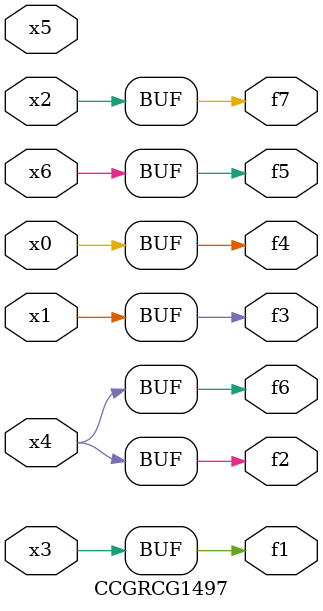
<source format=v>
module CCGRCG1497(
	input x0, x1, x2, x3, x4, x5, x6,
	output f1, f2, f3, f4, f5, f6, f7
);
	assign f1 = x3;
	assign f2 = x4;
	assign f3 = x1;
	assign f4 = x0;
	assign f5 = x6;
	assign f6 = x4;
	assign f7 = x2;
endmodule

</source>
